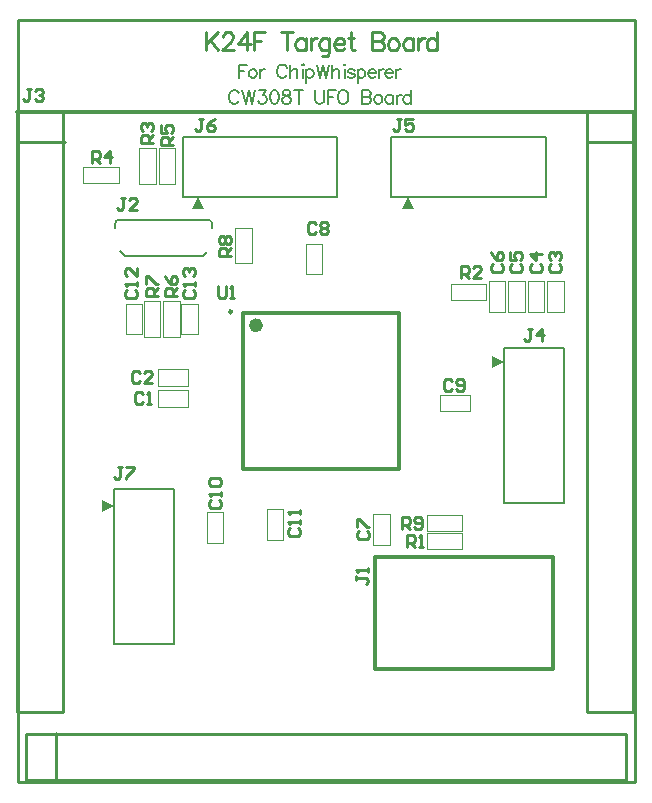
<source format=gto>
G04*
G04 #@! TF.GenerationSoftware,Altium Limited,Altium Designer,18.1.6 (161)*
G04*
G04 Layer_Color=65535*
%FSLAX25Y25*%
%MOIN*%
G70*
G01*
G75*
%ADD10C,0.00800*%
%ADD11C,0.00984*%
%ADD12C,0.02362*%
%ADD13C,0.01181*%
%ADD14C,0.00394*%
%ADD15C,0.01000*%
%ADD16C,0.00787*%
%ADD17C,0.00700*%
G36*
X32000Y92000D02*
X30000Y91000D01*
X28000Y90000D01*
Y94000D01*
X32000Y92000D01*
D02*
G37*
G36*
X60000Y195000D02*
X61000Y193000D01*
X62000Y191000D01*
X58000D01*
X60000Y195000D01*
D02*
G37*
G36*
X162000Y140000D02*
X160000Y139000D01*
X158000Y138000D01*
Y142000D01*
X162000Y140000D01*
D02*
G37*
G36*
X130000Y195000D02*
X131000Y193000D01*
X132000Y191000D01*
X128000D01*
X130000Y195000D01*
D02*
G37*
D10*
X64524Y186724D02*
G03*
X63736Y187512I-787J0D01*
G01*
X33421D02*
G03*
X32240Y186331I0J-1181D01*
G01*
Y184700D02*
Y186331D01*
X64524Y184700D02*
Y186724D01*
X62569Y187512D02*
X63736D01*
X33421D02*
X33977D01*
D11*
X71177Y156878D02*
G03*
X71177Y156878I-492J0D01*
G01*
D12*
X80331Y152350D02*
G03*
X80331Y152350I-1181J0D01*
G01*
D13*
X-374Y223500D02*
X205000D01*
X118972Y37784D02*
X178028D01*
Y75185D01*
X118972D02*
X178028D01*
X118972Y37784D02*
Y75185D01*
X75016Y104516D02*
Y156484D01*
X126984Y104516D02*
Y156484D01*
X75016D02*
X126984D01*
X75016Y104516D02*
X126984D01*
D14*
X35744Y149382D02*
Y159618D01*
X41256Y149382D02*
Y159618D01*
X35744D02*
X41256D01*
X35744Y149382D02*
X41256D01*
X54244D02*
Y159618D01*
X59756Y149382D02*
Y159618D01*
X54244D02*
X59756D01*
X54244Y149382D02*
X59756D01*
X46382Y125244D02*
X56618D01*
X46382Y130756D02*
X56618D01*
X46382Y125244D02*
Y130756D01*
X56618Y125244D02*
Y130756D01*
X140382Y129256D02*
X150618D01*
X140382Y123744D02*
X150618D01*
Y129256D01*
X140382Y123744D02*
Y129256D01*
X68256Y79882D02*
Y90118D01*
X62744Y79882D02*
Y90118D01*
Y79882D02*
X68256D01*
X62744Y90118D02*
X68256D01*
X181756Y156882D02*
Y167118D01*
X176244Y156882D02*
Y167118D01*
Y156882D02*
X181756D01*
X176244Y167118D02*
X181756D01*
X46382Y132244D02*
X56618D01*
X46382Y137756D02*
X56618D01*
X46382Y132244D02*
Y137756D01*
X56618Y132244D02*
Y137756D01*
X88256Y80882D02*
Y91118D01*
X82744Y80882D02*
Y91118D01*
Y80882D02*
X88256D01*
X82744Y91118D02*
X88256D01*
X95744Y169382D02*
Y179618D01*
X101256Y169382D02*
Y179618D01*
X95744D02*
X101256D01*
X95744Y169382D02*
X101256D01*
X123756Y79126D02*
Y89362D01*
X118244Y79126D02*
Y89362D01*
Y79126D02*
X123756D01*
X118244Y89362D02*
X123756D01*
X175256Y156882D02*
Y167118D01*
X169744Y156882D02*
Y167118D01*
Y156882D02*
X175256D01*
X169744Y167118D02*
X175256D01*
X168756Y156882D02*
Y167118D01*
X163244Y156882D02*
Y167118D01*
Y156882D02*
X168756D01*
X163244Y167118D02*
X168756D01*
X162256Y156882D02*
Y167118D01*
X156744Y156882D02*
Y167118D01*
Y156882D02*
X162256D01*
X156744Y167118D02*
X162256D01*
X40244Y199594D02*
X45756D01*
X40244Y211405D02*
X45756D01*
X40244Y199594D02*
Y211405D01*
X45756Y199594D02*
Y211405D01*
X46744D02*
X52256D01*
X46744Y199594D02*
X52256D01*
Y211405D01*
X46744Y199594D02*
Y211405D01*
X48244Y148594D02*
X53756D01*
X48244Y160406D02*
X53756D01*
X48244Y148594D02*
Y160406D01*
X53756Y148594D02*
Y160406D01*
X41744D02*
X47256D01*
X41744Y148594D02*
X47256D01*
Y160406D01*
X41744Y148594D02*
Y160406D01*
X72244Y173094D02*
X77756D01*
X72244Y184906D02*
X77756D01*
X72244Y173094D02*
Y184906D01*
X77756Y173094D02*
Y184906D01*
X136094Y83744D02*
Y89256D01*
X147906Y83744D02*
Y89256D01*
X136094D02*
X147906D01*
X136094Y83744D02*
X147906D01*
X155905Y160744D02*
Y166256D01*
X144095Y160744D02*
Y166256D01*
Y160744D02*
X155905D01*
X144095Y166256D02*
X155905D01*
X136094Y77744D02*
Y83256D01*
X147906Y77744D02*
Y83256D01*
X136094D02*
X147906D01*
X136094Y77744D02*
X147906D01*
X33406Y199744D02*
Y205256D01*
X21595Y199744D02*
Y205256D01*
Y199744D02*
X33406D01*
X21595Y205256D02*
X33406D01*
D15*
X205000Y23500D02*
Y223500D01*
X-374Y213500D02*
X15374D01*
X-374Y223500D02*
X15000D01*
Y23500D02*
Y223500D01*
X-374Y23500D02*
X15000D01*
X-374D02*
Y223500D01*
X12500Y626D02*
Y16374D01*
X2500Y626D02*
Y16000D01*
X202500D01*
Y626D02*
Y16000D01*
X2500Y626D02*
X202500D01*
X189626Y213500D02*
X205374D01*
X189626Y223500D02*
X205000D01*
X189626Y23500D02*
X205000D01*
X189626D02*
Y223500D01*
X62500Y249999D02*
Y244000D01*
X66499Y249999D02*
X62500Y246000D01*
X63928Y247428D02*
X66499Y244000D01*
X68127Y248570D02*
Y248856D01*
X68413Y249427D01*
X68699Y249713D01*
X69270Y249999D01*
X70413D01*
X70984Y249713D01*
X71270Y249427D01*
X71555Y248856D01*
Y248285D01*
X71270Y247713D01*
X70698Y246856D01*
X67842Y244000D01*
X71841D01*
X76040Y249999D02*
X73183Y246000D01*
X77468D01*
X76040Y249999D02*
Y244000D01*
X78525Y249999D02*
Y244000D01*
Y249999D02*
X82239D01*
X78525Y247142D02*
X80810D01*
X89637Y249999D02*
Y244000D01*
X87638Y249999D02*
X91637D01*
X95779Y247999D02*
Y244000D01*
Y247142D02*
X95207Y247713D01*
X94636Y247999D01*
X93779D01*
X93208Y247713D01*
X92636Y247142D01*
X92351Y246285D01*
Y245714D01*
X92636Y244857D01*
X93208Y244286D01*
X93779Y244000D01*
X94636D01*
X95207Y244286D01*
X95779Y244857D01*
X97378Y247999D02*
Y244000D01*
Y246285D02*
X97664Y247142D01*
X98235Y247713D01*
X98807Y247999D01*
X99664D01*
X103634D02*
Y243429D01*
X103348Y242572D01*
X103063Y242286D01*
X102491Y242000D01*
X101635D01*
X101063Y242286D01*
X103634Y247142D02*
X103063Y247713D01*
X102491Y247999D01*
X101635D01*
X101063Y247713D01*
X100492Y247142D01*
X100206Y246285D01*
Y245714D01*
X100492Y244857D01*
X101063Y244286D01*
X101635Y244000D01*
X102491D01*
X103063Y244286D01*
X103634Y244857D01*
X105234Y246285D02*
X108661D01*
Y246856D01*
X108376Y247428D01*
X108090Y247713D01*
X107519Y247999D01*
X106662D01*
X106091Y247713D01*
X105519Y247142D01*
X105234Y246285D01*
Y245714D01*
X105519Y244857D01*
X106091Y244286D01*
X106662Y244000D01*
X107519D01*
X108090Y244286D01*
X108661Y244857D01*
X110804Y249999D02*
Y245143D01*
X111090Y244286D01*
X111661Y244000D01*
X112232D01*
X109947Y247999D02*
X111947D01*
X117802Y249999D02*
Y244000D01*
Y249999D02*
X120373D01*
X121230Y249713D01*
X121516Y249427D01*
X121802Y248856D01*
Y248285D01*
X121516Y247713D01*
X121230Y247428D01*
X120373Y247142D01*
X117802D02*
X120373D01*
X121230Y246856D01*
X121516Y246571D01*
X121802Y246000D01*
Y245143D01*
X121516Y244571D01*
X121230Y244286D01*
X120373Y244000D01*
X117802D01*
X124572Y247999D02*
X124001Y247713D01*
X123430Y247142D01*
X123144Y246285D01*
Y245714D01*
X123430Y244857D01*
X124001Y244286D01*
X124572Y244000D01*
X125429D01*
X126001Y244286D01*
X126572Y244857D01*
X126858Y245714D01*
Y246285D01*
X126572Y247142D01*
X126001Y247713D01*
X125429Y247999D01*
X124572D01*
X131599D02*
Y244000D01*
Y247142D02*
X131028Y247713D01*
X130457Y247999D01*
X129600D01*
X129029Y247713D01*
X128457Y247142D01*
X128172Y246285D01*
Y245714D01*
X128457Y244857D01*
X129029Y244286D01*
X129600Y244000D01*
X130457D01*
X131028Y244286D01*
X131599Y244857D01*
X133199Y247999D02*
Y244000D01*
Y246285D02*
X133485Y247142D01*
X134056Y247713D01*
X134627Y247999D01*
X135484D01*
X139455Y249999D02*
Y244000D01*
Y247142D02*
X138884Y247713D01*
X138312Y247999D01*
X137455D01*
X136884Y247713D01*
X136313Y247142D01*
X136027Y246285D01*
Y245714D01*
X136313Y244857D01*
X136884Y244286D01*
X137455Y244000D01*
X138312D01*
X138884Y244286D01*
X139455Y244857D01*
X36168Y164166D02*
X35501Y163499D01*
Y162167D01*
X36168Y161500D01*
X38834D01*
X39500Y162167D01*
Y163499D01*
X38834Y164166D01*
X39500Y165499D02*
Y166832D01*
Y166165D01*
X35501D01*
X36168Y165499D01*
X39500Y171497D02*
Y168831D01*
X36834Y171497D01*
X36168D01*
X35501Y170830D01*
Y169497D01*
X36168Y168831D01*
X55668Y164166D02*
X55001Y163499D01*
Y162167D01*
X55668Y161500D01*
X58334D01*
X59000Y162167D01*
Y163499D01*
X58334Y164166D01*
X59000Y165499D02*
Y166832D01*
Y166165D01*
X55001D01*
X55668Y165499D01*
Y168831D02*
X55001Y169497D01*
Y170830D01*
X55668Y171497D01*
X56334D01*
X57001Y170830D01*
Y170164D01*
Y170830D01*
X57667Y171497D01*
X58334D01*
X59000Y170830D01*
Y169497D01*
X58334Y168831D01*
X41666Y129332D02*
X40999Y129999D01*
X39666D01*
X39000Y129332D01*
Y126666D01*
X39666Y126000D01*
X40999D01*
X41666Y126666D01*
X42999Y126000D02*
X44332D01*
X43665D01*
Y129999D01*
X42999Y129332D01*
X144666Y133832D02*
X143999Y134499D01*
X142666D01*
X142000Y133832D01*
Y131167D01*
X142666Y130500D01*
X143999D01*
X144666Y131167D01*
X145999D02*
X146665Y130500D01*
X147998D01*
X148664Y131167D01*
Y133832D01*
X147998Y134499D01*
X146665D01*
X145999Y133832D01*
Y133166D01*
X146665Y132499D01*
X148664D01*
X64168Y94166D02*
X63501Y93499D01*
Y92166D01*
X64168Y91500D01*
X66834D01*
X67500Y92166D01*
Y93499D01*
X66834Y94166D01*
X67500Y95499D02*
Y96832D01*
Y96165D01*
X63501D01*
X64168Y95499D01*
Y98831D02*
X63501Y99497D01*
Y100830D01*
X64168Y101497D01*
X66834D01*
X67500Y100830D01*
Y99497D01*
X66834Y98831D01*
X64168D01*
X177668Y172666D02*
X177001Y171999D01*
Y170667D01*
X177668Y170000D01*
X180333D01*
X181000Y170667D01*
Y171999D01*
X180333Y172666D01*
X177668Y173999D02*
X177001Y174665D01*
Y175998D01*
X177668Y176664D01*
X178334D01*
X179001Y175998D01*
Y175332D01*
Y175998D01*
X179667Y176664D01*
X180333D01*
X181000Y175998D01*
Y174665D01*
X180333Y173999D01*
X40666Y136332D02*
X39999Y136999D01*
X38666D01*
X38000Y136332D01*
Y133667D01*
X38666Y133000D01*
X39999D01*
X40666Y133667D01*
X44664Y133000D02*
X41999D01*
X44664Y135666D01*
Y136332D01*
X43998Y136999D01*
X42665D01*
X41999Y136332D01*
X90668Y84666D02*
X90001Y83999D01*
Y82666D01*
X90668Y82000D01*
X93334D01*
X94000Y82666D01*
Y83999D01*
X93334Y84666D01*
X94000Y85999D02*
Y87332D01*
Y86665D01*
X90001D01*
X90668Y85999D01*
X94000Y89331D02*
Y90664D01*
Y89997D01*
X90001D01*
X90668Y89331D01*
X99066Y186232D02*
X98399Y186899D01*
X97066D01*
X96400Y186232D01*
Y183566D01*
X97066Y182900D01*
X98399D01*
X99066Y183566D01*
X100399Y186232D02*
X101065Y186899D01*
X102398D01*
X103065Y186232D01*
Y185566D01*
X102398Y184899D01*
X103065Y184233D01*
Y183566D01*
X102398Y182900D01*
X101065D01*
X100399Y183566D01*
Y184233D01*
X101065Y184899D01*
X100399Y185566D01*
Y186232D01*
X101065Y184899D02*
X102398D01*
X113668Y83666D02*
X113001Y82999D01*
Y81666D01*
X113668Y81000D01*
X116333D01*
X117000Y81666D01*
Y82999D01*
X116333Y83666D01*
X113001Y84999D02*
Y87665D01*
X113668D01*
X116333Y84999D01*
X117000D01*
X171168Y172666D02*
X170501Y171999D01*
Y170667D01*
X171168Y170000D01*
X173834D01*
X174500Y170667D01*
Y171999D01*
X173834Y172666D01*
X174500Y175998D02*
X170501D01*
X172501Y173999D01*
Y176664D01*
X164668Y172666D02*
X164001Y171999D01*
Y170667D01*
X164668Y170000D01*
X167333D01*
X168000Y170667D01*
Y171999D01*
X167333Y172666D01*
X164001Y176664D02*
Y173999D01*
X166001D01*
X165334Y175332D01*
Y175998D01*
X166001Y176664D01*
X167333D01*
X168000Y175998D01*
Y174665D01*
X167333Y173999D01*
X158168Y172666D02*
X157501Y171999D01*
Y170667D01*
X158168Y170000D01*
X160834D01*
X161500Y170667D01*
Y171999D01*
X160834Y172666D01*
X157501Y176664D02*
X158168Y175332D01*
X159501Y173999D01*
X160834D01*
X161500Y174665D01*
Y175998D01*
X160834Y176664D01*
X160167D01*
X159501Y175998D01*
Y173999D01*
X4166Y230999D02*
X2833D01*
X3499D01*
Y227666D01*
X2833Y227000D01*
X2166D01*
X1500Y227666D01*
X5499Y230332D02*
X6165Y230999D01*
X7498D01*
X8164Y230332D01*
Y229666D01*
X7498Y228999D01*
X6832D01*
X7498D01*
X8164Y228333D01*
Y227666D01*
X7498Y227000D01*
X6165D01*
X5499Y227666D01*
X35466Y194899D02*
X34133D01*
X34799D01*
Y191567D01*
X34133Y190900D01*
X33466D01*
X32800Y191567D01*
X39465Y190900D02*
X36799D01*
X39465Y193566D01*
Y194232D01*
X38798Y194899D01*
X37465D01*
X36799Y194232D01*
X112501Y68666D02*
Y67333D01*
Y67999D01*
X115833D01*
X116500Y67333D01*
Y66666D01*
X115833Y66000D01*
X116500Y69999D02*
Y71332D01*
Y70665D01*
X112501D01*
X113168Y69999D01*
X45000Y213000D02*
X41001D01*
Y214999D01*
X41668Y215666D01*
X43001D01*
X43667Y214999D01*
Y213000D01*
Y214333D02*
X45000Y215666D01*
X41668Y216999D02*
X41001Y217665D01*
Y218998D01*
X41668Y219665D01*
X42334D01*
X43001Y218998D01*
Y218332D01*
Y218998D01*
X43667Y219665D01*
X44334D01*
X45000Y218998D01*
Y217665D01*
X44334Y216999D01*
X51500Y212500D02*
X47501D01*
Y214499D01*
X48168Y215166D01*
X49501D01*
X50167Y214499D01*
Y212500D01*
Y213833D02*
X51500Y215166D01*
X47501Y219164D02*
Y216499D01*
X49501D01*
X48834Y217832D01*
Y218498D01*
X49501Y219164D01*
X50834D01*
X51500Y218498D01*
Y217165D01*
X50834Y216499D01*
X53000Y162000D02*
X49001D01*
Y163999D01*
X49668Y164666D01*
X51001D01*
X51667Y163999D01*
Y162000D01*
Y163333D02*
X53000Y164666D01*
X49001Y168665D02*
X49668Y167332D01*
X51001Y165999D01*
X52334D01*
X53000Y166665D01*
Y167998D01*
X52334Y168665D01*
X51667D01*
X51001Y167998D01*
Y165999D01*
X46500Y162000D02*
X42501D01*
Y163999D01*
X43168Y164666D01*
X44501D01*
X45167Y163999D01*
Y162000D01*
Y163333D02*
X46500Y164666D01*
X42501Y165999D02*
Y168665D01*
X43168D01*
X45834Y165999D01*
X46500D01*
X71000Y175500D02*
X67001D01*
Y177499D01*
X67668Y178166D01*
X69001D01*
X69667Y177499D01*
Y175500D01*
Y176833D02*
X71000Y178166D01*
X67668Y179499D02*
X67001Y180165D01*
Y181498D01*
X67668Y182165D01*
X68334D01*
X69001Y181498D01*
X69667Y182165D01*
X70334D01*
X71000Y181498D01*
Y180165D01*
X70334Y179499D01*
X69667D01*
X69001Y180165D01*
X68334Y179499D01*
X67668D01*
X69001Y180165D02*
Y181498D01*
X128000Y84500D02*
Y88499D01*
X129999D01*
X130666Y87832D01*
Y86499D01*
X129999Y85833D01*
X128000D01*
X129333D02*
X130666Y84500D01*
X131999Y85166D02*
X132665Y84500D01*
X133998D01*
X134664Y85166D01*
Y87832D01*
X133998Y88499D01*
X132665D01*
X131999Y87832D01*
Y87166D01*
X132665Y86499D01*
X134664D01*
X147500Y168000D02*
Y171999D01*
X149499D01*
X150166Y171332D01*
Y169999D01*
X149499Y169333D01*
X147500D01*
X148833D02*
X150166Y168000D01*
X154165D02*
X151499D01*
X154165Y170666D01*
Y171332D01*
X153498Y171999D01*
X152165D01*
X151499Y171332D01*
X129500Y78500D02*
Y82499D01*
X131499D01*
X132166Y81832D01*
Y80499D01*
X131499Y79833D01*
X129500D01*
X130833D02*
X132166Y78500D01*
X133499D02*
X134832D01*
X134165D01*
Y82499D01*
X133499Y81832D01*
X66500Y165499D02*
Y162167D01*
X67166Y161500D01*
X68499D01*
X69166Y162167D01*
Y165499D01*
X70499Y161500D02*
X71832D01*
X71165D01*
Y165499D01*
X70499Y164832D01*
X171166Y150999D02*
X169833D01*
X170499D01*
Y147667D01*
X169833Y147000D01*
X169167D01*
X168500Y147667D01*
X174498Y147000D02*
Y150999D01*
X172499Y148999D01*
X175164D01*
X127666Y220999D02*
X126333D01*
X126999D01*
Y217666D01*
X126333Y217000D01*
X125666D01*
X125000Y217666D01*
X131665Y220999D02*
X128999D01*
Y218999D01*
X130332Y219666D01*
X130998D01*
X131665Y218999D01*
Y217666D01*
X130998Y217000D01*
X129665D01*
X128999Y217666D01*
X61666Y220999D02*
X60333D01*
X60999D01*
Y217666D01*
X60333Y217000D01*
X59666D01*
X59000Y217666D01*
X65664Y220999D02*
X64332Y220332D01*
X62999Y218999D01*
Y217666D01*
X63665Y217000D01*
X64998D01*
X65664Y217666D01*
Y218333D01*
X64998Y218999D01*
X62999D01*
X34666Y104999D02*
X33333D01*
X33999D01*
Y101666D01*
X33333Y101000D01*
X32666D01*
X32000Y101666D01*
X35999Y104999D02*
X38664D01*
Y104332D01*
X35999Y101666D01*
Y101000D01*
X24500Y206500D02*
Y210499D01*
X26499D01*
X27166Y209832D01*
Y208499D01*
X26499Y207833D01*
X24500D01*
X25833D02*
X27166Y206500D01*
X30498D02*
Y210499D01*
X28499Y208499D01*
X31165D01*
X0Y0D02*
X205500D01*
Y254000D01*
X0D02*
X205500D01*
X0Y0D02*
Y254000D01*
D16*
X33977Y187512D02*
X62569D01*
X33730Y176967D02*
X35390Y175307D01*
X61374D01*
X63015Y176948D01*
X162000Y93252D02*
X182000D01*
X162000D02*
Y144748D01*
X182000D01*
Y93252D02*
Y144748D01*
X175748Y195000D02*
Y215000D01*
X124252Y195000D02*
X175748D01*
X124252D02*
Y215000D01*
X175748D01*
X106248Y195000D02*
Y215000D01*
X54752Y195000D02*
X106248D01*
X54752D02*
Y215000D01*
X106248D01*
X32000Y46252D02*
X52000D01*
X32000D02*
Y97748D01*
X52000D01*
Y46252D02*
Y97748D01*
D17*
X73456Y239278D02*
Y234778D01*
Y239278D02*
X76241D01*
X73456Y237135D02*
X75170D01*
X77827Y237778D02*
X77398Y237564D01*
X76970Y237135D01*
X76756Y236492D01*
Y236064D01*
X76970Y235421D01*
X77398Y234993D01*
X77827Y234778D01*
X78470D01*
X78898Y234993D01*
X79327Y235421D01*
X79541Y236064D01*
Y236492D01*
X79327Y237135D01*
X78898Y237564D01*
X78470Y237778D01*
X77827D01*
X80526D02*
Y234778D01*
Y236492D02*
X80741Y237135D01*
X81169Y237564D01*
X81598Y237778D01*
X82240D01*
X89396Y238206D02*
X89182Y238635D01*
X88753Y239063D01*
X88325Y239278D01*
X87468D01*
X87039Y239063D01*
X86611Y238635D01*
X86396Y238206D01*
X86182Y237564D01*
Y236492D01*
X86396Y235850D01*
X86611Y235421D01*
X87039Y234993D01*
X87468Y234778D01*
X88325D01*
X88753Y234993D01*
X89182Y235421D01*
X89396Y235850D01*
X90660Y239278D02*
Y234778D01*
Y236921D02*
X91303Y237564D01*
X91731Y237778D01*
X92374D01*
X92802Y237564D01*
X93016Y236921D01*
Y234778D01*
X94623Y239278D02*
X94838Y239063D01*
X95052Y239278D01*
X94838Y239492D01*
X94623Y239278D01*
X94838Y237778D02*
Y234778D01*
X95845Y237778D02*
Y233279D01*
Y237135D02*
X96273Y237564D01*
X96701Y237778D01*
X97344D01*
X97773Y237564D01*
X98201Y237135D01*
X98415Y236492D01*
Y236064D01*
X98201Y235421D01*
X97773Y234993D01*
X97344Y234778D01*
X96701D01*
X96273Y234993D01*
X95845Y235421D01*
X99379Y239278D02*
X100451Y234778D01*
X101522Y239278D02*
X100451Y234778D01*
X101522Y239278D02*
X102593Y234778D01*
X103664Y239278D02*
X102593Y234778D01*
X104564Y239278D02*
Y234778D01*
Y236921D02*
X105207Y237564D01*
X105635Y237778D01*
X106278D01*
X106706Y237564D01*
X106921Y236921D01*
Y234778D01*
X108528Y239278D02*
X108742Y239063D01*
X108956Y239278D01*
X108742Y239492D01*
X108528Y239278D01*
X108742Y237778D02*
Y234778D01*
X112105Y237135D02*
X111891Y237564D01*
X111248Y237778D01*
X110606D01*
X109963Y237564D01*
X109749Y237135D01*
X109963Y236707D01*
X110391Y236492D01*
X111463Y236278D01*
X111891Y236064D01*
X112105Y235635D01*
Y235421D01*
X111891Y234993D01*
X111248Y234778D01*
X110606D01*
X109963Y234993D01*
X109749Y235421D01*
X113048Y237778D02*
Y233279D01*
Y237135D02*
X113476Y237564D01*
X113905Y237778D01*
X114548D01*
X114976Y237564D01*
X115405Y237135D01*
X115619Y236492D01*
Y236064D01*
X115405Y235421D01*
X114976Y234993D01*
X114548Y234778D01*
X113905D01*
X113476Y234993D01*
X113048Y235421D01*
X116583Y236492D02*
X119154D01*
Y236921D01*
X118940Y237349D01*
X118725Y237564D01*
X118297Y237778D01*
X117654D01*
X117226Y237564D01*
X116797Y237135D01*
X116583Y236492D01*
Y236064D01*
X116797Y235421D01*
X117226Y234993D01*
X117654Y234778D01*
X118297D01*
X118725Y234993D01*
X119154Y235421D01*
X120118Y237778D02*
Y234778D01*
Y236492D02*
X120332Y237135D01*
X120761Y237564D01*
X121189Y237778D01*
X121832D01*
X122239Y236492D02*
X124810D01*
Y236921D01*
X124595Y237349D01*
X124381Y237564D01*
X123953Y237778D01*
X123310D01*
X122882Y237564D01*
X122453Y237135D01*
X122239Y236492D01*
Y236064D01*
X122453Y235421D01*
X122882Y234993D01*
X123310Y234778D01*
X123953D01*
X124381Y234993D01*
X124810Y235421D01*
X125774Y237778D02*
Y234778D01*
Y236492D02*
X125988Y237135D01*
X126417Y237564D01*
X126845Y237778D01*
X127488D01*
X73414Y229628D02*
X73199Y230056D01*
X72771Y230485D01*
X72342Y230699D01*
X71485D01*
X71057Y230485D01*
X70628Y230056D01*
X70414Y229628D01*
X70200Y228985D01*
Y227914D01*
X70414Y227271D01*
X70628Y226843D01*
X71057Y226414D01*
X71485Y226200D01*
X72342D01*
X72771Y226414D01*
X73199Y226843D01*
X73414Y227271D01*
X74678Y230699D02*
X75749Y226200D01*
X76820Y230699D02*
X75749Y226200D01*
X76820Y230699D02*
X77891Y226200D01*
X78962Y230699D02*
X77891Y226200D01*
X80291Y230699D02*
X82647D01*
X81362Y228985D01*
X82005D01*
X82433Y228771D01*
X82647Y228557D01*
X82862Y227914D01*
Y227485D01*
X82647Y226843D01*
X82219Y226414D01*
X81576Y226200D01*
X80933D01*
X80291Y226414D01*
X80076Y226628D01*
X79862Y227057D01*
X85154Y230699D02*
X84511Y230485D01*
X84083Y229842D01*
X83868Y228771D01*
Y228128D01*
X84083Y227057D01*
X84511Y226414D01*
X85154Y226200D01*
X85582D01*
X86225Y226414D01*
X86654Y227057D01*
X86868Y228128D01*
Y228771D01*
X86654Y229842D01*
X86225Y230485D01*
X85582Y230699D01*
X85154D01*
X88946D02*
X88303Y230485D01*
X88089Y230056D01*
Y229628D01*
X88303Y229199D01*
X88732Y228985D01*
X89589Y228771D01*
X90231Y228557D01*
X90660Y228128D01*
X90874Y227700D01*
Y227057D01*
X90660Y226628D01*
X90446Y226414D01*
X89803Y226200D01*
X88946D01*
X88303Y226414D01*
X88089Y226628D01*
X87875Y227057D01*
Y227700D01*
X88089Y228128D01*
X88517Y228557D01*
X89160Y228771D01*
X90017Y228985D01*
X90446Y229199D01*
X90660Y229628D01*
Y230056D01*
X90446Y230485D01*
X89803Y230699D01*
X88946D01*
X93381D02*
Y226200D01*
X91881Y230699D02*
X94880D01*
X98951D02*
Y227485D01*
X99165Y226843D01*
X99594Y226414D01*
X100236Y226200D01*
X100665D01*
X101308Y226414D01*
X101736Y226843D01*
X101950Y227485D01*
Y230699D01*
X103193D02*
Y226200D01*
Y230699D02*
X105978D01*
X103193Y228557D02*
X104907D01*
X107778Y230699D02*
X107349Y230485D01*
X106921Y230056D01*
X106706Y229628D01*
X106492Y228985D01*
Y227914D01*
X106706Y227271D01*
X106921Y226843D01*
X107349Y226414D01*
X107778Y226200D01*
X108635D01*
X109063Y226414D01*
X109492Y226843D01*
X109706Y227271D01*
X109920Y227914D01*
Y228985D01*
X109706Y229628D01*
X109492Y230056D01*
X109063Y230485D01*
X108635Y230699D01*
X107778D01*
X114505D02*
Y226200D01*
Y230699D02*
X116433D01*
X117076Y230485D01*
X117290Y230271D01*
X117504Y229842D01*
Y229414D01*
X117290Y228985D01*
X117076Y228771D01*
X116433Y228557D01*
X114505D02*
X116433D01*
X117076Y228342D01*
X117290Y228128D01*
X117504Y227700D01*
Y227057D01*
X117290Y226628D01*
X117076Y226414D01*
X116433Y226200D01*
X114505D01*
X119582Y229199D02*
X119154Y228985D01*
X118725Y228557D01*
X118511Y227914D01*
Y227485D01*
X118725Y226843D01*
X119154Y226414D01*
X119582Y226200D01*
X120225D01*
X120653Y226414D01*
X121082Y226843D01*
X121296Y227485D01*
Y227914D01*
X121082Y228557D01*
X120653Y228985D01*
X120225Y229199D01*
X119582D01*
X124853D02*
Y226200D01*
Y228557D02*
X124424Y228985D01*
X123996Y229199D01*
X123353D01*
X122924Y228985D01*
X122496Y228557D01*
X122282Y227914D01*
Y227485D01*
X122496Y226843D01*
X122924Y226414D01*
X123353Y226200D01*
X123996D01*
X124424Y226414D01*
X124853Y226843D01*
X126052Y229199D02*
Y226200D01*
Y227914D02*
X126267Y228557D01*
X126695Y228985D01*
X127123Y229199D01*
X127766D01*
X130744Y230699D02*
Y226200D01*
Y228557D02*
X130316Y228985D01*
X129887Y229199D01*
X129244D01*
X128816Y228985D01*
X128387Y228557D01*
X128173Y227914D01*
Y227485D01*
X128387Y226843D01*
X128816Y226414D01*
X129244Y226200D01*
X129887D01*
X130316Y226414D01*
X130744Y226843D01*
M02*

</source>
